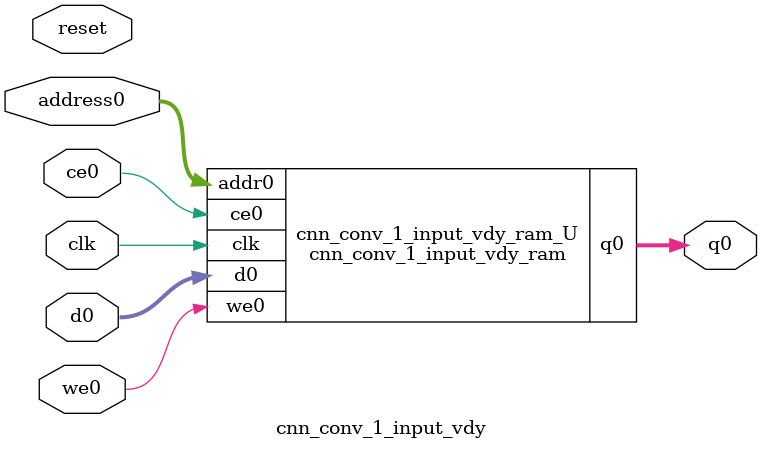
<source format=v>
`timescale 1 ns / 1 ps
module cnn_conv_1_input_vdy_ram (addr0, ce0, d0, we0, q0,  clk);

parameter DWIDTH = 32;
parameter AWIDTH = 7;
parameter MEM_SIZE = 100;

input[AWIDTH-1:0] addr0;
input ce0;
input[DWIDTH-1:0] d0;
input we0;
output reg[DWIDTH-1:0] q0;
input clk;

(* ram_style = "block" *)reg [DWIDTH-1:0] ram[0:MEM_SIZE-1];




always @(posedge clk)  
begin 
    if (ce0) 
    begin
        if (we0) 
        begin 
            ram[addr0] <= d0; 
        end 
        q0 <= ram[addr0];
    end
end


endmodule

`timescale 1 ns / 1 ps
module cnn_conv_1_input_vdy(
    reset,
    clk,
    address0,
    ce0,
    we0,
    d0,
    q0);

parameter DataWidth = 32'd32;
parameter AddressRange = 32'd100;
parameter AddressWidth = 32'd7;
input reset;
input clk;
input[AddressWidth - 1:0] address0;
input ce0;
input we0;
input[DataWidth - 1:0] d0;
output[DataWidth - 1:0] q0;



cnn_conv_1_input_vdy_ram cnn_conv_1_input_vdy_ram_U(
    .clk( clk ),
    .addr0( address0 ),
    .ce0( ce0 ),
    .we0( we0 ),
    .d0( d0 ),
    .q0( q0 ));

endmodule


</source>
